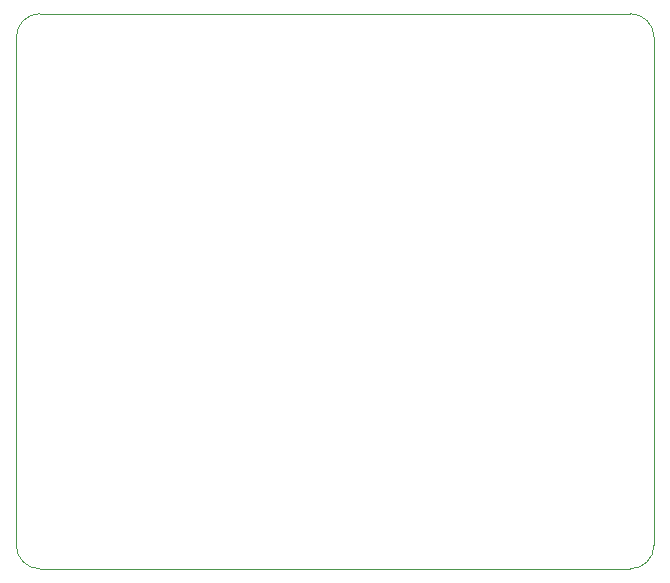
<source format=gbr>
%TF.GenerationSoftware,KiCad,Pcbnew,8.0.2*%
%TF.CreationDate,2024-05-31T10:43:30+02:00*%
%TF.ProjectId,LTS_Spooler,4c54535f-5370-46f6-9f6c-65722e6b6963,rev?*%
%TF.SameCoordinates,Original*%
%TF.FileFunction,Profile,NP*%
%FSLAX46Y46*%
G04 Gerber Fmt 4.6, Leading zero omitted, Abs format (unit mm)*
G04 Created by KiCad (PCBNEW 8.0.2) date 2024-05-31 10:43:30*
%MOMM*%
%LPD*%
G01*
G04 APERTURE LIST*
%TA.AperFunction,Profile*%
%ADD10C,0.050000*%
%TD*%
G04 APERTURE END LIST*
D10*
X14000000Y-59000000D02*
X14000000Y-16000000D01*
X66000000Y-14000000D02*
G75*
G02*
X68000000Y-16000000I0J-2000000D01*
G01*
X66000000Y-61000000D02*
X16000000Y-61000000D01*
X68000000Y-16000000D02*
X68000000Y-59000000D01*
X16000000Y-14000000D02*
X66000000Y-14000000D01*
X68000000Y-59000000D02*
G75*
G02*
X66000000Y-61000000I-2000000J0D01*
G01*
X14000000Y-16000000D02*
G75*
G02*
X16000000Y-14000000I2000000J0D01*
G01*
X16000000Y-61000000D02*
G75*
G02*
X14000000Y-59000000I0J2000000D01*
G01*
M02*

</source>
